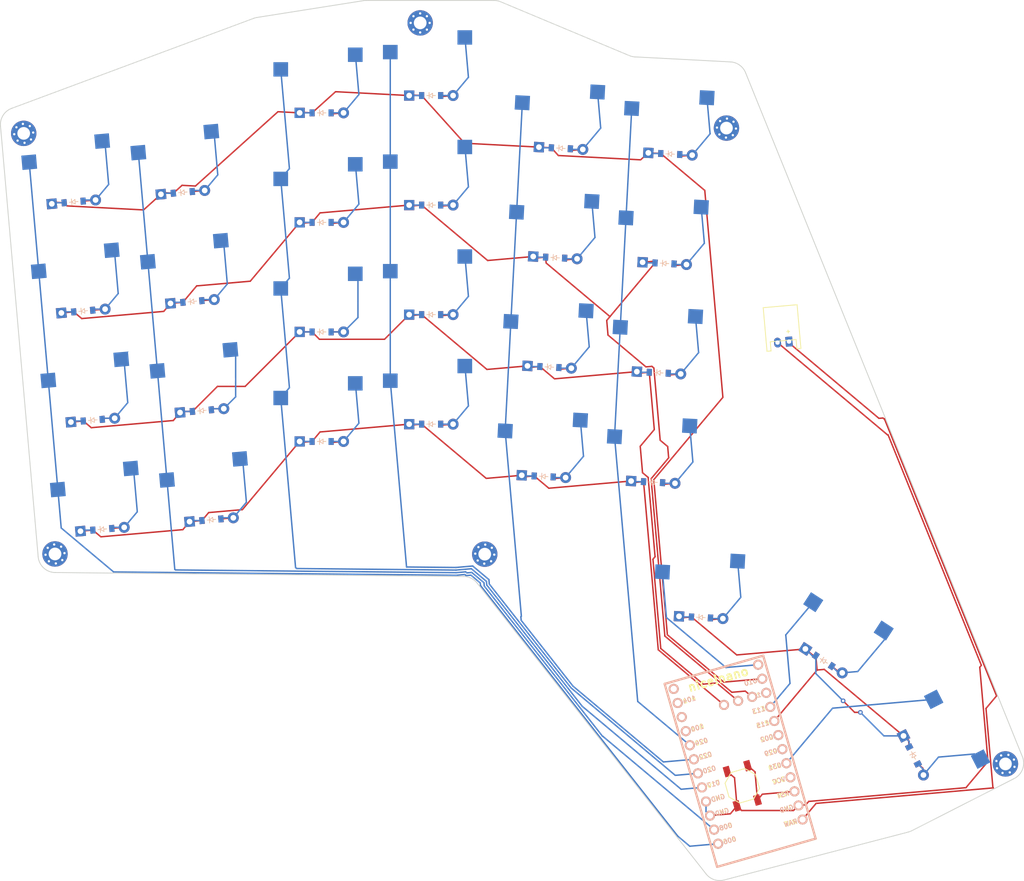
<source format=kicad_pcb>
(kicad_pcb (version 20241229) (generator "pcbnew") (generator_version "9.0")
  (title_block (title "tutorial") (rev "v1.0.0") (company "Unknown"))
  (layers (0 "F.Cu" signal) (2 "B.Cu" signal) (13 "F.Paste" user) (15 "B.Paste" user) (5 "F.SilkS" user "F.Silkscreen") (7 "B.SilkS" user "B.Silkscreen") (1 "F.Mask" user) (3 "B.Mask" user) (25 "Edge.Cuts" user))
  (net 0 "")
  (net 1 "P006")
  (net 2 "outer_bottom")
  (net 3 "outer_home")
  (net 4 "outer_top")
  (net 5 "outer_num")
  (net 6 "P008")
  (net 7 "pinky_bottom")
  (net 8 "pinky_home")
  (net 9 "pinky_top")
  (net 10 "pinky_num")
  (net 11 "P017")
  (net 12 "ring_bottom")
  (net 13 "ring_home")
  (net 14 "ring_top")
  (net 15 "ring_num")
  (net 16 "P020")
  (net 17 "middle_bottom")
  (net 18 "middle_home")
  (net 19 "middle_top")
  (net 20 "middle_num")
  (net 21 "P022")
  (net 22 "index_bottom")
  (net 23 "index_home")
  (net 24 "index_top")
  (net 25 "index_num")
  (net 26 "P024")
  (net 27 "inner_bottom")
  (net 28 "inner_home")
  (net 29 "inner_top")
  (net 30 "inner_num")
  (net 31 "P009")
  (net 32 "near_thumb")
  (net 33 "P113")
  (net 34 "home_thumb")
  (net 35 "P031")
  (net 36 "far_thumb")
  (net 37 "P107")
  (net 38 "P102")
  (net 39 "P101")
  (net 40 "P010")
  (net 41 "P115")
  (net 42 "RAW")
  (net 43 "GND")
  (net 44 "RST")
  (net 45 "VCC")
  (net 46 "P029")
  (net 47 "P002")
  (net 48 "P111")
  (net 49 "P100")
  (net 50 "P011")
  (net 51 "P104")
  (net 52 "P106")
  (footprint "E73:SW_TACT_ALPS_SKQGABE010" (layer "F.Cu") (at 112.016424 55.735396 106)
    (property "Reference" "B1" (hide yes))
    (property "Value" "" (hide yes))
  )
  (footprint "ComboDiode" (layer "F.Cu") (at 141.70712 50.475625 -63)
    (property "Reference" "D27" (hide yes))
    (property "Value" "" (hide yes))
  )
  (footprint "MountingHole_2.2mm_M2_Pad_Via" (layer "F.Cu") (at 109.26738 -58.348521 -3)
    (property "Reference" "_4" (hide yes))
    (property "Value" "")
  )
  (footprint "MX" (layer "F.Cu") (at 39.03962 -27.991105)
    (property "Reference" "S10" (hide yes))
    (property "Value" "" (hide yes))
  )
  (footprint "MX" (layer "F.Cu") (at 39.039618 -8.991107)
    (property "Reference" "S9" (hide yes))
    (property "Value" "" (hide yes))
  )
  (footprint "MountingHole_2.2mm_M2_Pad_Via" (layer "F.Cu") (at 67.341922 15.558558 -3)
    (property "Reference" "_3" (hide yes))
    (property "Value" "")
  )
  (footprint "MX" (layer "F.Cu") (at 128.877555 29.879481 -33)
    (property "Reference" "S26" (hide yes))
    (property "Value" "" (hide yes))
  )
  (footprint "ComboDiode" (layer "F.Cu") (at 126.15436 34.072836 -33)
    (property "Reference" "D26" (hide yes))
    (property "Value" "" (hide yes))
  )
  (footprint "ComboDiode" (layer "F.Cu") (at 80.544755 -54.846947 -3)
    (property "Reference" "D20" (hide yes))
    (property "Value" "" (hide yes))
  )
  (footprint "ComboDiode" (layer "F.Cu") (at 39.039618 -60.991106)
    (property "Reference" "D12" (hide yes))
    (property "Value" "" (hide yes))
  )
  (footprint "MX" (layer "F.Cu") (at 16.186107 -33.251061 5)
    (property "Reference" "S7" (hide yes))
    (property "Value" "" (hide yes))
  )
  (footprint "ComboDiode" (layer "F.Cu") (at -3.961773 -45.541829 5)
    (property "Reference" "D4" (hide yes))
    (property "Value" "" (hide yes))
  )
  (footprint "ComboDiode" (layer "F.Cu") (at 97.529953 -15.904642 -3)
    (property "Reference" "D22" (hide yes))
    (property "Value" "" (hide yes))
  )
  (footprint "MX" (layer "F.Cu") (at 39.039616 -65.991102)
    (property "Reference" "S12" (hide yes))
    (property "Value" "" (hide yes))
  )
  (footprint "ComboDiode" (layer "F.Cu") (at -2.305816 -26.61413 5)
    (property "Reference" "D3" (hide yes))
    (property "Value" "" (hide yes))
  )
  (footprint "MX" (layer "F.Cu") (at 58.039622 -49.991101)
    (property "Reference" "S15" (hide yes))
    (property "Value" "" (hide yes))
  )
  (footprint "ComboDiode" (layer "F.Cu") (at 77.561607 2.074936 -3)
    (property "Reference" "D17" (hide yes))
    (property "Value" "" (hide yes))
  )
  (footprint "ComboDiode" (layer "F.Cu") (at 18.277846 -9.34239 5)
    (property "Reference" "D6" (hide yes))
    (property "Value" "" (hide yes))
  )
  (footprint "ComboDiode" (layer "F.Cu") (at 98.524334 -34.878602 -3)
    (property "Reference" "D23" (hide yes))
    (property "Value" "" (hide yes))
  )
  (footprint "MX" (layer "F.Cu") (at 58.039618 -68.991106)
    (property "Reference" "S16" (hide yes))
    (property "Value" "" (hide yes))
  )
  (footprint "ComboDiode" (layer "F.Cu") (at 78.555992 -16.899026 -3)
    (property "Reference" "D18" (hide yes))
    (property "Value" "" (hide yes))
  )
  (footprint "MX" (layer "F.Cu") (at 39.039619 -46.991104)
    (property "Reference" "S11" (hide yes))
    (property "Value" "" (hide yes))
  )
  (footprint "MX" (layer "F.Cu") (at 98.786017 -39.871751 -3)
    (property "Reference" "S23" (hide yes))
    (property "Value" "" (hide yes))
  )
  (footprint "MX" (layer "F.Cu") (at 14.530147 -52.178763 5)
    (property "Reference" "S8" (hide yes))
    (property "Value" "" (hide yes))
  )
  (footprint "MX" (layer "F.Cu") (at 77.823289 -2.918211 -3)
    (property "Reference" "S17" (hide yes))
    (property "Value" "" (hide yes))
  )
  (footprint "MX" (layer "F.Cu") (at -4.397553 -50.5228 5)
    (property "Reference" "S4" (hide yes))
    (property "Value" "" (hide yes))
  )
  (footprint "ComboDiode" (layer "F.Cu") (at 58.039619 -25.991103)
    (property "Reference" "D14" (hide yes))
    (property "Value" "" (hide yes))
  )
  (footprint "ComboDiode" (layer "F.Cu") (at 79.550375 -35.872984 -3)
    (property "Reference" "D19" (hide yes))
    (property "Value" "" (hide yes))
  )
  (footprint "ComboDiode" (layer "F.Cu") (at 99.518716 -53.852564 -3)
    (property "Reference" "D24" (hide yes))
    (property "Value" "" (hide yes))
  )
  (footprint "ComboDiode" (layer "F.Cu") (at 58.039618 -44.991103)
    (property "Reference" "D15" (hide yes))
    (property "Value" "" (hide yes))
  )
  (footprint "ComboDiode" (layer "F.Cu") (at 39.039619 -22.991103)
    (property "Reference" "D10" (hide yes))
    (property "Value" "" (hide yes))
  )
  (footprint "ComboDiode" (layer "F.Cu") (at 104.843786 26.536296 -3)
    (property "Reference" "D25" (hide yes))
    (property "Value" "" (hide yes))
  )
  (footprint "MX" (layer "F.Cu") (at -1.085633 -12.667401 5)
    (property "Reference" "S2" (hide yes))
    (property "Value" "" (hide yes))
  )
  (footprint "MX" (layer "F.Cu") (at 105.105465 21.543153 -3)
    (property "Reference" "S25" (hide yes))
    (property "Value" "" (hide yes))
  )
  (footprint "MX" (layer "F.Cu") (at 99.780401 -58.845712 -3)
    (property "Reference" "S24" (hide yes))
    (property "Value" "" (hide yes))
  )
  (footprint "ComboDiode" (layer "F.Cu") (at 39.039619 -41.991105)
    (property "Reference" "D11" (hide yes))
    (property "Value" "" (hide yes))
  )
  (footprint "ComboDiode" (layer "F.Cu") (at 16.621883 -28.270089 5)
    (property "Reference" "D7" (hide yes))
    (property "Value" "" (hide yes))
  )
  (footprint "MX" (layer "F.Cu") (at 146.162152 48.205674 -63)
    (property "Reference" "S27" (hide yes))
    (property "Value" "" (hide yes))
  )
  (footprint "MX" (layer "F.Cu") (at 80.806436 -59.840094 -3)
    (property "Reference" "S20" (hide yes))
    (property "Value" "" (hide yes))
  )
  (footprint "MountingHole_2.2mm_M2_Pad_Via" (layer "F.Cu") (at 56.139618 -76.591104)
    (property "Reference" "_5" (hide yes))
    (property "Value" "")
  )
  (footprint "nice_nano" (layer "F.Cu") (at 111.294076 50.259277 106)
    (property "Reference" "MCU1" (hide yes))
    (property "Value" "nice_nano" (hide yes))
  )
  (footprint "JST_PH_S2B-PH-K_02x2.00mm_Angled" (layer "F.Cu") (at 119.125781 -21.227089 -175)
    (property "Reference" "JST1" (hide yes))
    (property "Value" "" (hide yes))
  )
  (footprint "MX" (layer "F.Cu") (at 0.570327 6.260293 5)
    (property "Reference" "S1" (hide yes))
    (property "Value" "" (hide yes))
  )
  (footprint "ComboDiode" (layer "F.Cu") (at 58.039621 -6.991104)
    (property "Reference" "D13" (hide yes))
    (property "Value" "" (hide yes))
  )
  (footprint "ComboDiode" (layer "F.Cu") (at 14.965923 -47.197789 5)
    (property "Reference" "D8" (hide yes))
    (property "Value" "" (hide yes))
  )
  (footprint "MX" (layer "F.Cu") (at 78.81767 -21.89217 -3)
    (property "Reference" "S18" (hide yes))
    (property "Value" "" (hide yes))
  )
  (footprint "MountingHole_2.2mm_M2_Pad_Via" (layer "F.Cu") (at -12.631017 -57.431499 5)
    (property "Reference" "_1" (hide yes))
    (property "Value" "")
  )
  (footprint "MX" (layer "F.Cu") (at 79.812055 -40.866135 -3)
    (property "Reference" "S19" (hide yes))
    (property "Value" "" (hide yes))
  )
  (footprint "ComboDiode" (layer "F.Cu") (at 1.006103 11.241269 5)
    (property "Reference" "D1" (hide yes))
    (property "Value" "" (hide yes))
  )
  (footprint "ComboDiode" (layer "F.Cu") (at 39.039618 -3.991102)
    (property "Reference" "D9" (hide yes))
    (property "Value" "" (hide yes))
  )
  (footprint "MX" (layer "F.Cu") (at 97.791631 -20.897787 -3)
    (property "Reference" "S22" (hide yes))
    (property "Value" "" (hide yes))
  )
  (footprint "MX" (layer "F.Cu") (at -2.741593 -31.595103 5)
    (property "Reference" "S3" (hide yes))
    (property "Value" "" (hide yes))
  )
  (footprint "MX" (layer "F.Cu") (at 19.498023 4.604339 5)
    (property "Reference" "S5" (hide yes))
    (property "Value" "" (hide yes))
  )
  (footprint "ComboDiode" (layer "F.Cu") (at -0.649859 -7.686427 5)
    (property "Reference" "D2" (hide yes))
    (property "Value" "" (hide yes))
  )
  (footprint "MountingHole_2.2mm_M2_Pad_Via" (layer "F.Cu") (at -7.201959 15.522943 5)
    (property "Reference" "_6" (hide yes))
    (property "Value" "")
  )
  (footprint "ComboDiode" (layer "F.Cu") (at 96.535569 3.069321 -3)
    (property "Reference" "D21" (hide yes))
    (property "Value" "" (hide yes))
  )
  (footprint "ComboDiode" (layer "F.Cu") (at 58.039617 -63.991102)
    (property "Reference" "D16" (hide yes))
    (property "Value" "" (hide yes))
  )
  (footprint "MX" (layer "F.Cu") (at 58.039619 -11.991103)
    (property "Reference" "S13" (hide yes))
    (property "Value" "" (hide yes))
  )
  (footprint "MX" (layer "F.Cu") (at 58.039617 -30.991105)
    (property "Reference" "S14" (hide yes))
    (property "Value" "" (hide yes))
  )
  (footprint "MX" (layer "F.Cu") (at 96.797246 -1.923826 -3)
    (property "Reference" "S21" (hide yes))
    (property "Value" "" (hide yes))
  )
  (footprint "ComboDiode" (layer "F.Cu") (at 19.933802 9.58531 5)
    (property "Reference" "D5" (hide yes))
    (property "Value" "" (hide yes))
  )
  (footprint "MountingHole_2.2mm_M2_Pad_Via" (layer "F.Cu") (at 157.661876 51.942164 -63)
    (property "Reference" "_2" (hide yes))
    (property "Value" "")
  )
  (footprint "MX" (layer "F.Cu") (at 17.842063 -14.323362 5)
    (property "Reference" "S6" (hide yes))
    (property "Value" "" (hide yes))
  )
  (gr_line (start 109.95915 -69.828047) (end 93.412707 -70.695211) (stroke (width 0.15)) (layer "Edge.Cuts"))
  (gr_arc (start 63.69688 19.434416) (mid 64.99105 19.741922) (end 66.025047 20.578754) (stroke (width 0.15)) (layer "Edge.Cuts"))
  (gr_arc (start -16.656914 -58.700233) (mid -16.204175 -60.564664) (end -14.714254 -61.77347) (stroke (width 0.15)) (layer "Edge.Cuts"))
  (gr_arc (start 141.427025 63.525093) (mid 141.130194 63.656619) (end 140.820889 63.755301) (stroke (width 0.15)) (layer "Edge.Cuts"))
  (gr_arc (start 46.307117 -80.454392) (mid 46.540342 -80.481911) (end 46.775005 -80.491105) (stroke (width 0.15)) (layer "Edge.Cuts"))
  (gr_line (start 46.307117 -80.454392) (end 27.836218 -77.537933) (stroke (width 0.15)) (layer "Edge.Cuts"))
  (gr_line (start 27.258182 -77.386415) (end -14.714254 -61.77347) (stroke (width 0.15)) (layer "Edge.Cuts"))
  (gr_line (start -7.161474 18.745299) (end 63.696881 19.434416) (stroke (width 0.15)) (layer "Edge.Cuts"))
  (gr_line (start -16.656914 -58.700233) (end -10.120886 16.006908) (stroke (width 0.15)) (layer "Edge.Cuts"))
  (gr_arc (start 108.850247 72.078608) (mid 107.137527 72.018684) (end 105.737071 71.030896) (stroke (width 0.15)) (layer "Edge.Cuts"))
  (gr_line (start 141.427026 63.525093) (end 159.1788 54.480116) (stroke (width 0.15)) (layer "Edge.Cuts"))
  (gr_line (start 66.025047 20.578754) (end 105.737071 71.030896) (stroke (width 0.15)) (layer "Edge.Cuts"))
  (gr_line (start 68.937442 -80.491104) (end 46.775005 -80.491105) (stroke (width 0.15)) (layer "Edge.Cuts"))
  (gr_arc (start 93.412708 -70.695211) (mid 92.902522 -70.766231) (end 92.412005 -70.923481) (stroke (width 0.15)) (layer "Edge.Cuts"))
  (gr_arc (start 109.95915 -69.828046) (mid 111.543532 -69.275017) (end 112.583031 -67.957614) (stroke (width 0.15)) (layer "Edge.Cuts"))
  (gr_arc (start 68.937442 -80.491104) (mid 69.527842 -80.432435) (end 70.095151 -80.258725) (stroke (width 0.15)) (layer "Edge.Cuts"))
  (gr_arc (start 160.597715 50.681636) (mid 160.627153 52.856888) (end 159.1788 54.480116) (stroke (width 0.15)) (layer "Edge.Cuts"))
  (gr_line (start 92.412005 -70.923481) (end 70.095151 -80.258725) (stroke (width 0.15)) (layer "Edge.Cuts"))
  (gr_arc (start 27.258182 -77.386414) (mid 27.543418 -77.476602) (end 27.836218 -77.537933) (stroke (width 0.15)) (layer "Edge.Cuts"))
  (gr_line (start 108.850247 72.078608) (end 140.820889 63.755301) (stroke (width 0.15)) (layer "Edge.Cuts"))
  (gr_line (start 160.597714 50.681636) (end 112.583031 -67.957614) (stroke (width 0.15)) (layer "Edge.Cuts"))
  (gr_arc (start -7.161474 18.745299) (mid -9.169801 17.947392) (end -10.120886 16.006908) (stroke (width 0.15)) (layer "Edge.Cuts"))
  (segment (start 100.843893 64.48938) (end 102.904577 66.218498) (width 0.25) (layer "B.Cu") (net 1))
  (segment (start 64.0604 19.241875) (end 64.166293 19.267038) (width 0.25) (layer "B.Cu") (net 1))
  (segment (start 2.962452 18.642749) (end 62.392514 19.220722) (width 0.25) (layer "B.Cu") (net 1))
  (segment (start 66.605493 20.991205) (end 100.843893 64.48938) (width 0.25) (layer "B.Cu") (net 1))
  (segment (start 63.880088 19.090576) (end 64.0604 19.241875) (width 0.25) (layer "B.Cu") (net 1))
  (segment (start -6.125583 11.016985) (end 2.962452 18.642749) (width 0.25) (layer "B.Cu") (net 1))
  (segment (start 64.166293 19.267038) (end 64.942971 19.199085) (width 0.25) (layer "B.Cu") (net 1))
  (segment (start 66.567996 20.562645) (end 66.605493 20.991205) (width 0.25) (layer "B.Cu") (net 1))
  (segment (start 102.904577 66.218498) (end 107.819914 65.788463) (width 0.25) (layer "B.Cu") (net 1))
  (segment (start 64.942971 19.199085) (end 66.567996 20.562645) (width 0.25) (layer "B.Cu") (net 1))
  (segment (start -10.021009 -33.507938) (end -6.709088 4.34746) (width 0.25) (layer "B.Cu") (net 1))
  (segment (start -6.709088 4.34746) (end -6.125583 11.016985) (width 0.25) (layer "B.Cu") (net 1))
  (segment (start -11.676969 -52.435637) (end -10.021009 -33.507938) (width 0.25) (layer "B.Cu") (net 1))
  (segment (start 62.392514 19.220722) (end 63.880088 19.090576) (width 0.25) (layer "B.Cu") (net 1))
  (segment (start 4.801603 10.909206) (end 2.649825 11.097459) (width 0.25) (layer "F.Cu") (net 2))
  (segment (start 7.071384 8.204189) (end 4.801603 10.909206) (width 0.25) (layer "B.Cu") (net 2))
  (segment (start 6.450993 1.113079) (end 7.071384 8.204189) (width 0.25) (layer "B.Cu") (net 2))
  (segment (start 5.947342 0.690463) (end 6.450993 1.113079) (width 0.25) (layer "B.Cu") (net 2))
  (segment (start 2.838081 10.909206) (end 2.649825 11.097462) (width 0.25) (layer "B.Cu") (net 2))
  (segment (start 4.801605 10.909206) (end 2.838081 10.909206) (width 0.25) (layer "B.Cu") (net 2))
  (segment (start 3.145643 -8.01849) (end 1.182119 -8.01849) (width 0.25) (layer "F.Cu") (net 3))
  (segment (start 1.182119 -8.01849) (end 0.993863 -7.830234) (width 0.25) (layer "F.Cu") (net 3))
  (segment (start 5.415425 -10.723512) (end 3.145647 -8.018493) (width 0.25) (layer "B.Cu") (net 3))
  (segment (start 1.182119 -8.01849) (end 0.993863 -7.830234) (width 0.25) (layer "B.Cu") (net 3))
  (segment (start 4.795031 -17.814625) (end 5.415425 -10.723512) (width 0.25) (layer "B.Cu") (net 3))
  (segment (start 3.145643 -8.01849) (end 1.182119 -8.01849) (width 0.25) (layer "B.Cu") (net 3))
  (segment (start 4.291384 -18.237235) (end 4.795031 -17.814625) (width 0.25) (layer "B.Cu") (net 3))
  (segment (start 1.489687 -26.946192) (end -0.662095 -26.757935) (width 0.25) (layer "F.Cu") (net 4))
  (segment (start 3.139075 -36.742323) (end 3.759467 -29.651212) (width 0.25) (layer "B.Cu") (net 4))
  (segment (start 2.635425 -37.164937) (end 3.139075 -36.742323) (width 0.25) (layer "B.Cu") (net 4))
  (segment (start -0.473838 -26.946193) (end -0.662094 -26.757937) (width 0.25) (layer "B.Cu") (net 4))
  (segment (start 3.759467 -29.651212) (end 1.489687 -26.946192) (width 0.25) (layer "B.Cu") (net 4))
  (segment (start 1.489686 -26.946193) (end -0.473838 -26.946193) (width 0.25) (layer "B.Cu") (net 4))
  (segment (start -0.166273 -45.873894) (end -2.318051 -45.685636) (width 0.25) (layer "F.Cu") (net 5))
  (segment (start -0.166271 -45.873892) (end -2.129795 -45.873892) (width 0.25) (layer "B.Cu") (net 5))
  (segment (start 0.979464 -56.092634) (end 1.483116 -55.670021) (width 0.25) (layer "B.Cu") (net 5))
  (segment (start -2.129795 -45.873892) (end -2.318051 -45.685636) (width 0.25) (layer "B.Cu") (net 5))
  (segment (start 1.483116 -55.670021) (end 2.103505 -48.578909) (width 0.25) (layer "B.Cu") (net 5))
  (segment (start 2.103505 -48.578909) (end -0.166273 -45.873894) (width 0.25) (layer "B.Cu") (net 5))
  (segment (start 64.244347 18.807484) (end 65.089764 18.733521) (width 0.25) (layer "B.Cu") (net 6))
  (segment (start 67.254753 21.086882) (end 87.771439 47.152304) (width 0.25) (layer "B.Cu") (net 6))
  (segment (start 62.375009 18.769529) (end 64.02688 18.625011) (width 0.25) (layer "B.Cu") (net 6))
  (segment (start 13.574258 18.186635) (end 13.704832 18.296199) (width 0.25) (layer "B.Cu") (net 6))
  (segment (start 87.815307 47.148467) (end 107.119798 63.346853) (width 0.25) (layer "B.Cu") (net 6))
  (segment (start 65.089764 18.733521) (end 67.204074 20.507636) (width 0.25) (layer "B.Cu") (net 6))
  (segment (start 13.704832 18.296199) (end 62.375009 18.769529) (width 0.25) (layer "B.Cu") (net 6))
  (segment (start 64.02688 18.625011) (end 64.244347 18.807484) (width 0.25) (layer "B.Cu") (net 6))
  (segment (start 12.218608 2.691502) (end 13.574258 18.186635) (width 0.25) (layer "B.Cu") (net 6))
  (segment (start 7.250732 -54.091598) (end 12.218608 2.691502) (width 0.25) (layer "B.Cu") (net 6))
  (segment (start 87.771439 47.152304) (end 87.815307 47.148467) (width 0.25) (layer "B.Cu") (net 6))
  (segment (start 67.204074 20.507636) (end 67.254753 21.086882) (width 0.25) (layer "B.Cu") (net 6))
  (segment (start 23.729304 9.253246) (end 21.577523 9.441503) (width 0.25) (layer "F.Cu") (net 7))
  (segment (start 23.729304 9.253247) (end 21.76578 9.253247) (width 0.25) (layer "B.Cu") (net 7))
  (segment (start 25.378693 -0.542884) (end 25.999083 6.54823) (width 0.25) (layer "B.Cu") (net 7))
  (segment (start 25.999083 6.54823) (end 23.729304 9.253246) (width 0.25) (layer "B.Cu") (net 7))
  (segment (start 24.875041 -0.965497) (end 25.378693 -0.542884) (width 0.25) (layer "B.Cu") (net 7))
  (segment (start 21.76578 9.253247) (end 21.577524 9.441503) (width 0.25) (layer "B.Cu") (net 7))
  (segment (start 20.109822 -9.674453) (end 19.921563 -9.486194) (width 0.25) (layer "F.Cu") (net 8))
  (segment (start 22.073345 -9.67445) (end 20.109822 -9.674453) (width 0.25) (layer "F.Cu") (net 8))
  (segment (start 20.109824 -9.674453) (end 19.921568 -9.486197) (width 0.25) (layer "B.Cu") (net 8))
  (segment (start 23.219082 -19.893198) (end 24.129634 -18.982645) (width 0.25) (layer "B.Cu") (net 8))
  (segment (start 22.073348 -9.674453) (end 20.109824 -9.674453) (width 0.25) (layer "B.Cu") (net 8))
  (segment (start 24.129634 -18.982645) (end 24.129631 -11.730739) (width 0.25) (layer "B.Cu") (net 8))
  (segment (start 24.129631 -11.730739) (end 22.073345 -9.67445) (width 0.25) (layer "B.Cu") (net 8))
  (segment (start 20.417386 -28.602152) (end 18.265606 -28.413895) (width 0.25) (layer "F.Cu") (net 9))
  (segment (start 18.453861 -28.602152) (end 18.265605 -28.413896) (width 0.25) (layer "B.Cu") (net 9))
  (segment (start 21.563123 -38.820895) (end 22.066772 -38.398283) (width 0.25) (layer "B.Cu") (net 9))
  (segment (start 22.687164 -31.30717) (end 20.417386 -28.602152) (width 0.25) (layer "B.Cu") (net 9))
  (segment (start 22.066772 -38.398283) (end 22.687164 -31.30717) (width 0.25) (layer "B.Cu") (net 9))
  (segment (start 20.417385 -28.602152) (end 18.453861 -28.602152) (width 0.25) (layer "B.Cu") (net 9))
  (segment (start 18.761428 -47.529851) (end 16.609645 -47.341595) (width 0.25) (layer "F.Cu") (net 10))
  (segment (start 21.031208 -50.234871) (end 18.761428 -47.529851) (width 0.25) (layer "B.Cu") (net 10))
  (segment (start 19.907165 -57.748594) (end 20.410814 -57.325983) (width 0.25) (layer "B.Cu") (net 10))
  (segment (start 18.761425 -47.529852) (end 16.797901 -47.529852) (width 0.25) (layer "B.Cu") (net 10))
  (segment (start 20.410814 -57.325983) (end 21.031208 -50.234871) (width 0.25) (layer "B.Cu") (net 10))
  (segment (start 16.797901 -47.529852) (end 16.609645 -47.341596) (width 0.25) (layer "B.Cu") (net 10))
  (segment (start 31.95462 -49.531105) (end 33.459951 -32.325087) (width 0.25) (layer "B.Cu") (net 11))
  (segment (start 67.637076 20.282233) (end 67.692311 20.913606) (width 0.25) (layer "B.Cu") (net 11))
  (segment (start 31.954617 -68.531104) (end 33.459951 -51.325088) (width 0.25) (layer "B.Cu") (net 11))
  (segment (start 33.459951 -32.325087) (end 31.954621 -30.531106) (width 0.25) (layer "B.Cu") (net 11))
  (segment (start 34.527923 17.881908) (end 34.727813 18.049634) (width 0.25) (layer "B.Cu") (net 11))
  (segment (start 62.357498 18.318338) (end 65.019091 18.085482) (width 0.25) (layer "B.Cu") (net 11))
  (segment (start 33.459951 -51.325088) (end 31.95462 -49.531105) (width 0.25) (layer "B.Cu") (net 11))
  (segment (start 33.459948 -13.325087) (end 31.954618 -11.531104) (width 0.25) (layer "B.Cu") (net 11))
  (segment (start 34.727813 18.049634) (end 62.357498 18.318338) (width 0.25) (layer "B.Cu") (net 11))
  (segment (start 67.692311 20.913606) (end 84.244566 41.942409) (width 0.25) (layer "B.Cu") (net 11))
  (segment (start 65.019091 18.085482) (end 67.637076 20.282233) (width 0.25) (layer "B.Cu") (net 11))
  (segment (start 31.954618 -11.531104) (end 34.527923 17.881908) (width 0.25) (layer "B.Cu") (net 11))
  (segment (start 31.954621 -30.531106) (end 33.459948 -13.325087) (width 0.25) (layer "B.Cu") (net 11))
  (segment (start 101.401266 56.338591) (end 105.01944 56.022041) (width 0.25) (layer "B.Cu") (net 11))
  (segment (start 84.244566 41.942409) (end 101.401266 56.338591) (width 0.25) (layer "B.Cu") (net 11))
  (segment (start 40.893564 -3.819971) (end 40.689617 -3.991103) (width 0.25) (layer "F.Cu") (net 12))
  (segment (start 42.849617 -3.991104) (end 40.893564 -3.819971) (width 0.25) (layer "F.Cu") (net 12))
  (segment (start 42.849618 -3.991102) (end 40.689617 -3.991102) (width 0.25) (layer "B.Cu") (net 12))
  (segment (start 44.908756 -14.048337) (end 45.511143 -7.162988) (width 0.25) (layer "B.Cu") (net 12))
  (segment (start 45.511143 -7.162988) (end 42.849617 -3.991104) (width 0.25) (layer "B.Cu") (net 12))
  (segment (start 44.88162 -14.071107) (end 44.908756 -14.048337) (width 0.25) (layer "B.Cu") (net 12))
  (segment (start 42.84962 -22.991104) (end 40.68962 -22.991103) (width 0.25) (layer "F.Cu") (net 13))
  (segment (start 42.849619 -22.991103) (end 40.689618 -22.991103) (width 0.25) (layer "B.Cu") (net 13))
  (segment (start 44.881617 -33.071102) (end 45.346517 -32.606204) (width 0.25) (layer "B.Cu") (net 13))
  (segment (start 45.346518 -25.488002) (end 42.84962 -22.991104) (width 0.25) (layer "B.Cu") (net 13))
  (segment (start 45.346517 -32.606204) (end 45.346518 -25.488002) (width 0.25) (layer "B.Cu") (net 13))
  (segment (start 40.893567 -41.819971) (end 40.689619 -41.991106) (width 0.25) (layer "F.Cu") (net 14))
  (segment (start 42.849618 -41.991104) (end 40.893567 -41.819971) (width 0.25) (layer "F.Cu") (net 14))
  (segment (start 45.511146 -45.162985) (end 42.849618 -41.991104) (width 0.25) (layer "B.Cu") (net 14))
  (segment (start 41.008895 -41.991105) (end 41 -42) (width 0.25) (layer "B.Cu") (net 14))
  (segment (start 44.881619 -52.071104) (end 44.908754 -52.048334) (width 0.25) (layer "B.Cu") (net 14))
  (segment (start 42.849619 -41.991105) (end 40.689618 -41.991105) (width 0.25) (layer "B.Cu") (net 14))
  (segment (start 44.908754 -52.048334) (end 45.511146 -45.162985) (width 0.25) (layer "B.Cu") (net 14))
  (segment (start 40.893564 -60.819973) (end 40.689618 -60.991104) (width 0.25) (layer "F.Cu") (net 15))
  (segment (start 42.849618 -60.991106) (end 40.893564 -60.819973) (width 0.25) (layer "F.Cu") (net 15))
  (segment (start 45.511143 -64.162989) (end 42.849618 -60.991106) (width 0.25) (layer "B.Cu") (net 15))
  (segment (start 44.881619 -71.071102) (end 44.908753 -71.048332) (width 0.25) (layer "B.Cu") (net 15))
  (segment (start 42.849618 -60.991106) (end 40.689617 -60.991106) (width 0.25) (layer "B.Cu") (net 15))
  (segment (start 44.908753 -71.048332) (end 45.511143 -64.162989) (width 0.25) (layer "B.Cu") (net 15))
  (segment (start 68.129877 20.740332) (end 82.307789 38.752661) (width 0.25) (layer "B.Cu") (net 16))
  (segment (start 53.777136 17.78387) (end 62.339992 17.867149) (width 0.25) (layer "B.Cu") (net 16))
  (segment (start 50.954618 -14.531103) (end 50.950386 -14.526059) (width 0.25) (layer "B.Cu") (net 16))
  (segment (start 50.954618 -71.531106) (end 50.954619 -14.531103) (width 0.25) (layer "B.Cu") (net 16))
  (segment (start 82.307789 38.752661) (end 100.388678 53.924322) (width 0.25) (layer "B.Cu") (net 16))
  (segment (start 50.950386 -14.526059) (end 53.777136 17.78387) (width 0.25) (layer "B.Cu") (net 16))
  (segment (start 65.252122 17.612369) (end 68.062536 19.970585) (width 0.25) (layer "B.Cu") (net 16))
  (segment (start 68.062536 19.970585) (end 68.129877 20.740332) (width 0.25) (layer "B.Cu") (net 16))
  (segment (start 62.339992 17.867149) (end 65.252122 17.612369) (width 0.25) (layer "B.Cu") (net 16))
  (segment (start 100.388678 53.924322) (end 104.319322 53.580436) (width 0.25) (layer "B.Cu") (net 16))
  (segment (start 59.893566 -6.819973) (end 59.689619 -6.991103) (width 0.25) (layer "F.Cu") (net 17))
  (segment (start 61.849618 -6.991106) (end 59.893566 -6.819973) (width 0.25) (layer "F.Cu") (net 17))
  (segment (start 64.511144 -10.162985) (end 61.849618 -6.991106) (width 0.25) (layer "B.Cu") (net 17))
  (segment (start 61.849621 -6.991104) (end 59.68962 -6.991104) (width 0.25) (layer "B.Cu") (net 17))
  (segment (start 63.908755 -17.048336) (end 64.511144 -10.162985) (width 0.25) (layer "B.Cu") (net 17))
  (segment (start 63.881619 -17.071104) (end 63.908755 -17.048336) (width 0.25) (layer "B.Cu") (net 17))
  (segment (start 61.84962 -25.991104) (end 59.893566 -25.819972) (width 0.25) (layer "F.Cu") (net 18))
  (segment (start 59.893566 -25.819972) (end 59.68962 -25.991104) (width 0.25) (layer "F.Cu") (net 18))
  (segment (start 64.511145 -29.162986) (end 61.84962 -25.991104) (width 0.25) (layer "B.Cu") (net 18))
  (segment (start 63.908751 -36.048336) (end 64.511145 -29.162986) (width 0.25) (layer "B.Cu") (net 18))
  (segment (start 61.849619 -25.991103) (end 59.689618 -25.991103) (width 0.25) (layer "B.Cu") (net 18))
  (segment (start 63.881619 -36.071107) (end 63.908751 -36.048336) (width 0.25) (layer "B.Cu") (net 18))
  (segment (start 59.893566 -44.819972) (end 59.689618 -44.991105) (width 0.25) (layer "F.Cu") (net 19))
  (segment (start 61.849619 -44.991106) (end 59.893566 -44.819972) (width 0.25) (layer "F.Cu") (net 19))
  (segment (start 64.511147 -48.162991) (end 61.849619 -44.991106) (width 0.25) (layer "B.Cu") (net 19))
  (segment (start 63.881621 -55.071102) (end 63.908758 -55.048334) (width 0.25) (layer "B.Cu") (net 19))
  (segment (start 63.908758 -55.048334) (end 64.511147 -48.162991) (width 0.25) (layer "B.Cu") (net 19))
  (segment (start 61.849618 -44.991103) (end 59.689617 -44.991103) (width 0.25) (layer "B.Cu") (net 19))
  (segment (start 59.893565 -63.819968) (end 59.689618 -63.991103) (width 0.25) (layer "F.Cu") (net 20))
  (segment (start 61.849619 -63.991102) (end 59.893565 -63.819968) (width 0.25) (layer "F.Cu") (net 20))
  (segment (start 63.908756 -74.048333) (end 64.511145 -67.162988) (width 0.25) (layer "B.Cu") (net 20))
  (segment (start 63.881619 -74.071105) (end 63.908756 -74.048333) (width 0.25) (layer "B.Cu") (net 20))
  (segment (start 64.511145 -67.162988) (end 61.849619 -63.991102) (width 0.25) (layer "B.Cu") (net 20))
  (segment (start 61.849617 -63.991102) (end 59.689616 -63.991102) (width 0.25) (layer "B.Cu") (net 20))
  (segment (start 73.604974 26.416519) (end 73.659158 27.035827) (width 0.25) (layer "B.Cu") (net 21))
  (segment (start 82.633372 38.437116) (end 98.322908 51.6022) (width 0.25) (layer "B.Cu") (net 21))
  (segment (start 73.692608 26.31208) (end 73.604974 26.416519) (width 0.25) (layer "B.Cu") (net 21))
  (segment (start 70.88093 -5.82553) (end 73.692608 26.31208) (width 0.25) (layer "B.Cu") (net 21))
  (segment (start 98.322908 51.6022) (end 103.619202 51.138834) (width 0.25) (layer "B.Cu") (net 21))
  (segment (start 73.864079 -62.747413) (end 70.88093 -5.82553) (width 0.25) (layer "B.Cu") (net 21))
  (segment (start 73.659158 27.035827) (end 82.633372 38.437116) (width 0.25) (layer "B.Cu") (net 21))
  (segment (start 81.366388 2.274339) (end 79.535016 2.43456) (width 0.25) (layer "F.Cu") (net 22))
  (segment (start 79.535016 2.43456) (end 79.209346 2.161292) (width 0.25) (layer "F.Cu") (net 22))
  (segment (start 81.366386 2.274337) (end 79.322391 2.274337) (width 0.25) (layer "B.Cu") (net 22))
  (segment (start 84.470836 -1.425401) (end 81.366388 2.274339) (width 0.25) (layer "B.Cu") (net 22))
  (segment (start 83.923149 -7.685502) (end 84.470836 -1.425401) (width 0.25) (layer "B.Cu") (net 22))
  (segment (start 79.322391 2.274337) (end 79.209345 2.161291) (width 0.25) (layer "B.Cu") (net 22))
  (segment (start 82.360768 -16.699623) (end 80.5294 -16.539399) (width 0.25) (layer "F.Cu") (net 23))
  (segment (start 80.5294 -16.539399) (end 80.203732 -16.812669) (width 0.25) (layer "F.Cu") (net 23))
  (segment (start 80.316776 -16.699625) (end 80.20373 -16.812671) (width 0.25) (layer "B.Cu") (net 23))
  (segment (start 84.917529 -26.659466) (end 85.465219 -20.399361) (width 0.25) (layer "B.Cu") (net 23))
  (segment (start 85.465219 -20.399361) (end 82.360768 -16.699623) (width 0.25) (layer "B.Cu") (net 23))
  (segment (start 82.360771 -16.699625) (end 80.316776 -16.699625) (width 0.25) (layer "B.Cu") (net 23))
  (segment (start 81.523783 -35.513362) (end 81.198112 -35.786632) (width 0.25) (layer "F.Cu") (net 24))
  (segment (start 83.355154 -35.673585) (end 81.523783 -35.513362) (width 0.25) (layer "F.Cu") (net 24))
  (segment (start 83.355154 -35.673583) (end 81.311159 -35.673583) (width 0.25) (layer "B.Cu") (net 24))
  (segment (start 85.911912 -45.633425) (end 86.459601 -39.373323) (width 0.25) (layer "B.Cu") (net 24))
  (segment (start 81.311159 -35.673583) (end 81.198113 -35.786629) (width 0.25) (layer "B.Cu") (net 24))
  (segment (start 86.459601 -39.373323) (end 83.355154 -35.673585) (width 0.25) (layer "B.Cu") (net 24))
  (segment (start 82.518165 -54.48732) (end 82.192495 -54.760592) (width 0.25) (layer "F.Cu") (net 25))
  (segment (start 84.349535 -54.647548) (end 82.518165 -54.48732) (width 0.25) (layer "F.Cu") (net 25))
  (segment (start 82.305539 -54.647546) (end 82.192493 -54.760592) (width 0.25) (layer "B.Cu") (net 25))
  (segment (start 84.349534 -54.647546) (end 82.305539 -54.647546) (width 0.25) (layer "B.Cu") (net 25))
  (segment (start 87.453987 -58.347288) (end 84.349535 -54.647548) (width 0.25) (layer "B.Cu") (net 25))
  (segment (start 86.906299 -64.607386) (end 87.453987 -58.347288) (width 0.25) (layer "B.Cu") (net 25))
  (segment (start 93.874003 41.107505) (end 102.919085 48.697227) (width 0.25) (layer "B.Cu") (net 26))
  (segment (start 89.85489 -4.831146) (end 93.874003 41.107505) (width 0.25) (layer "B.Cu") (net 26))
  (segment (start 92.838043 -61.75303) (end 92.83804 -61.753028) (width 0.25) (layer "B.Cu") (net 26))
  (segment (start 92.83804 -61.753028) (end 89.854891 -4.831145) (width 0.25) (layer "B.Cu") (net 26))
  (segment (start 100.340344 3.26872) (end 98.508978 3.428944) (width 0.25) (layer "F.Cu") (net 27))
  (segment (start 98.508978 3.428944) (end 98.183308 3.155674) (width 0.25) (layer "F.Cu") (net 27))
  (segment (start 98.296353 3.268722) (end 98.183307 3.155676) (width 0.25) (layer "B.Cu") (net 27))
  (segment (start 103.444797 -0.43102) (end 100.340344 3.26872) (width 0.25) (layer "B.Cu") (net 27))
  (segment (start 102.89711 -6.69112) (end 103.444797 -0.43102) (width 0.25) (layer "B.Cu") (net 27))
  (segment (start 100.340348 3.268722) (end 98.296353 3.268722) (width 0.25) (layer "B.Cu") (net 27))
  (segment (start 101.334729 -15.70524) (end 99.503361 -15.545013) (width 0.25) (layer "F.Cu") (net 28))
  (segment (start 99.503361 -15.545013) (end 99.177691 -15.818286) (width 0.25) (layer "F.Cu") (net 28))
  (segment (start 101.334732 -15.705241) (end 99.290737 -15.705241) (width 0.25) (layer "B.Cu") (net 28))
  (segment (start 104.439181 -19.404979) (end 101.334729 -15.70524) (width 0.25) (layer "B.Cu") (net 28))
  (segment (start 99.290737 -15.705241) (end 99.177691 -15.818287) (width 0.25) (layer "B.Cu") (net 28))
  (segment (start 103.891494 -25.665081) (end 104.439181 -19.404979) (width 0.25) (layer "B.Cu") (net 28))
  (segment (start 100.497744 -34.518977) (end 100.172074 -34.792248) (width 0.25) (layer "F.Cu") (net 29))
  (segment (start 102.329114 -34.679201) (end 100.497744 -34.518977) (width 0.25) (layer "F.Cu") (net 29))
  (segment (start 100.285118 -34.679201) (end 100.172072 -34.792247) (width 0.25) (layer "B.Cu") (net 29))
  (segment (start 104.885877 -44.639042) (end 105.433563 -38.378944) (width 0.25) (layer "B.Cu") (net 29))
  (segment (start 102.329113 -34.679201) (end 100.285118 -34.679201) (width 0.25) (layer "B.Cu") (net 29))
  (segment (start 105.433563 -38.378944) (end 102.329114 -34.679201) (width 0.25) (layer "B.Cu") (net 29))
  (segment (start 103.323494 -53.653164) (end 101.492126 -53.49294) (width 0.25) (layer "F.Cu") (net 30))
  (segment (start 101.492126 -53.49294) (end 101.166453 -53.766207) (width 0.25) (layer "F.Cu") (net 30))
  (segment (start 101.2795 -53.653163) (end 101.166454 -53.766209) (width 0.25) (layer "B.Cu") (net 30))
  (segment (start 106.427945 -57.352904) (end 103.323494 -53.653164) (width 0.25) (layer "B.Cu") (net 30))
  (segment (start 105.880259 -63.613004) (end 106.427945 -57.352904) (width 0.25) (layer "B.Cu") (net 30))
  (segment (start 103.323495 -53.653163) (end 101.2795 -53.653163) (width 0.25) (layer "B.Cu") (net 30))
  (segment (start 98.16311 18.635834) (end 98.856032 26.555959) (width 0.25) (layer "B.Cu") (net 31))
  (segment (start 98.856032 26.555959) (end 109.180224 35.218983) (width 0.25) (layer "B.Cu") (net 31))
  (segment (start 109.180224 35.218983) (end 114.768234 34.730095) (width 0.25) (layer "B.Cu") (net 31))
  (segment (start 106.817193 26.895923) (end 106.491526 26.622654) (width 0.25) (layer "F.Cu") (net 32))
  (segment (start 108.648564 26.735699) (end 106.817193 26.895923) (width 0.25) (layer "F.Cu") (net 32))
  (segment (start 106.60457 26.735697) (end 106.491524 26.622651) (width 0.25) (layer "B.Cu") (net 32))
  (segment (start 111.753015 23.035962) (end 108.648564 26.735699) (width 0.25) (layer "B.Cu") (net 32))
  (segment (start 108.648565 26.735697) (end 106.60457 26.735697) (width 0.25) (layer "B.Cu") (net 32))
  (segment (start 111.205328 16.775861) (end 111.753015 23.035962) (width 0.25) (layer "B.Cu") (net 32))
  (segment (start 120.290207 37.977192) (end 116.86859 42.05491) (width 0.25) (layer "B.Cu") (net 33))
  (segment (start 119.554537 29.568505) (end 120.290207 37.977192) (width 0.25) (layer "B.Cu") (net 33))
  (segment (start 124.318958 23.890493) (end 119.554537 29.568505) (width 0.25) (layer "B.Cu") (net 33))
  (segment (start 128.978837 36.180356) (end 127.538168 34.971489) (width 0.25) (layer "F.Cu") (net 34))
  (segment (start 129.349696 36.147909) (end 128.978837 36.180356) (width 0.25) (layer "F.Cu") (net 34))
  (segment (start 136.543837 28.800815) (end 136.68209 30.381054) (width 0.25) (layer "B.Cu") (net 34))
  (segment (start 129.349695 36.147911) (end 128.714588 36.147911) (width 0.25) (layer "B.Cu") (net 34))
  (segment (start 132.040671 35.912482) (end 129.349696 36.147909) (width 0.25) (layer "B.Cu") (net 34))
  (segment (start 128.714588 36.147911) (end 127.538166 34.971489) (width 0.25) (layer "B.Cu") (net 34))
  (segment (start 136.68209 30.381054) (end 132.040671 35.912482) (width 0.25) (layer "B.Cu") (net 34))
  (segment (start 145.208787 40.739758) (end 127.680853 42.273252) (width 0.25) (layer "B.Cu") (net 35))
  (segment (start 127.680853 42.273252) (end 119.669068 51.82133) (width 0.25) (layer "B.Cu") (net 35))
  (segment (start 143.332794 52.681334) (end 142.456204 51.945785) (width 0.25) (layer "F.Cu") (net 36))
  (segment (start 143.436825 53.870363) (end 143.332794 52.681334) (width 0.25) (layer "F.Cu") (net 36))
  (segment (start 143.436823 52.926405) (end 142.456204 51.945786) (width 0.25) (layer "B.Cu") (net 36))
  (segment (start 152.279625 50.21433) (end 146.047053 50.759611) (width 0.25) (layer "B.Cu") (net 36))
  (segment (start 153.340677 51.104663) (end 152.279625 50.21433) (width 0.25) (layer "B.Cu") (net 36))
  (segment (start 143.436823 53.87036) (end 143.436823 52.926405) (width 0.25) (layer "B.Cu") (net 36))
  (segment (start 146.047053 50.759611) (end 143.436825 53.870363) (width 0.25) (layer "B.Cu") (net 36))
  (segment (start 19.452286 8.344051) (end 18.290079 9.729118) (width 0.25) (layer "F.Cu") (net 37))
  (segment (start 35.433564 -3.819971) (end 35.229616 -3.991103) (width 0.25) (layer "F.Cu") (net 37))
  (segment (start 25.309154 7.831645) (end 19.452286 8.344051) (width 0.25) (layer "F.Cu") (net 37))
  (segment (start 78.45289 4.119073) (end 75.913869 1.988583) (width 0.25) (layer "F.Cu") (net 37))
  (segment (start 14.976094 11.302436) (end 0.747446 12.547284) (width 0.25) (layer "F.Cu") (net 37))
  (segment (start 93.05646 3.143192) (end 92.730791 2.86992) (width 0.25) (layer "F.Cu") (net 37))
  (segment (start 94.887833 2.982964) (end 93.05646 3.143192) (width 0.25) (layer "F.Cu") (net 37))
  (segment (start 94.887833 2.982964) (end 97.439098 32.1441) (width 0.25) (layer "F.Cu") (net 37))
  (segment (start -0.637616 11.385075) (end -2.789398 11.573329) (width 0.25) (layer "F.Cu") (net 37))
  (segment (start 18.290079 9.729118) (end 16.138301 9.917374) (width 0.25) (layer "F.Cu") (net 37))
  (segment (start 54.433568 -6.819971) (end 54.229617 -6.991104) (width 0.25) (layer "F.Cu") (net 37))
  (segment (start 38.772157 -5.63875) (end 37.389618 -3.991102) (width 0.25) (layer "F.Cu") (net 37))
  (segment (start 92.730791 2.86992) (end 78.45289 4.119073) (width 0.25) (layer "F.Cu") (net 37))
  (segment (start 97.439098 32.1441) (end 108.84366 41.713659) (width 0.25) (layer "F.Cu") (net 37))
  (segment (start 54.229617 -6.991104) (end 38.772157 -5.63875) (width 0.25) (layer "F.Cu") (net 37))
  (segment (start 67.598559 2.414311) (end 73.75683 1.875535) (width 0.25) (layer "F.Cu") (net 37))
  (segment (start 74.082502 2.148804) (end 73.75683 1.875537) (width 0.25) (layer "F.Cu") (net 37))
  (segment (start 56.389621 -6.991106) (end 54.433568 -6.819971) (width 0.25) (layer "F.Cu") (net 37))
  (segment (start 16.138301 9.917374) (end 14.976094 11.302436) (width 0.25) (layer "F.Cu") (net 37))
  (segment (start 75.913869 1.988583) (end 74.082502 2.148804) (width 0.25) (layer "F.Cu") (net 37))
  (segment (start 35.229616 -3.991103) (end 25.309154 7.831645) (width 0.25) (layer "F.Cu") (net 37))
  (segment (start 0.747446 12.547284) (end -0.637616 11.385075) (width 0.25) (layer "F.Cu") (net 37))
  (segment (start 37.389618 -3.991102) (end 35.433564 -3.819971) (width 0.25) (layer "F.Cu") (net 37))
  (segment (start 56.389621 -6.991106) (end 67.598559 2.414311) (width 0.25) (layer "F.Cu") (net 37))
  (segment (start 16.326556 9.729117) (end 16.1383 9.917373) (width 0.25) (layer "B.Cu") (net 37))
  (segment (start 94.887831 2.982966) (end 92.843836 2.982966) (width 0.25) (layer "B.Cu") (net 37))
  (segment (start 37.389619 -3.991102) (end 35.229618 -3.991102) (width 0.25) (layer "B.Cu") (net 37))
  (segment (start 92.843836 2.982966) (end 92.73079 2.86992) (width 0.25) (layer "B.Cu") (net 37))
  (segment (start 75.913869 1.988581) (end 73.869874 1.988581) (width 0.25) (layer "B.Cu") (net 37))
  (segment (start -2.601143 11.385076) (end -2.789399 11.573332) (width 0.25) (layer "B.Cu") (net 37))
  (segment (start 56.389622 -6.991104) (end 54.229621 -6.991104) (width 0.25) (layer "B.Cu") (net 37))
  (segment (start -0.637619 11.385076) (end -2.601143 11.385076) (width 0.25) (layer "B.Cu") (net 37))
  (segment (start 18.29008 9.729117) (end 16.326556 9.729117) (width 0.25) (layer "B.Cu") (net 37))
  (segment (start 73.869874 1.988581) (end 73.756828 1.875535) (width 0.25) (layer "B.Cu") (net 37))
  (segment (start 74.751212 -17.098424) (end 67.720553 -16.483322) (width 0.25) (layer "F.Cu") (net 38))
  (segment (start 54.229618 -25.991101) (end 49.951119 -21.712604) (width 0.25) (layer "F.Cu") (net 38))
  (segment (start 49.951119 -21.712604) (end 38.66812 -21.712604) (width 0.25) (layer "F.Cu") (net 38))
  (segment (start 96.884965 15.998855) (end 96.517598 16.436664) (width 0.25) (layer "F.Cu") (net 38))
  (segment (start 95.882213 -15.990997) (end 96.751254 -6.057824) (width 0.25) (layer "F.Cu") (net 38))
  (segment (start 35.229618 -22.991104) (end 25.777726 -13.539214) (width 0.25) (layer "F.Cu") (net 38))
  (segment (start -2.293578 -7.542622) (end -4.445357 -7.354365) (width 0.25) (layer "F.Cu") (net 38))
  (segment (start 76.908253 -16.985378) (end 75.076884 -16.825154) (width 0.25) (layer "F.Cu") (net 38))
  (segment (start 79.447275 -14.854888) (end 76.908253 -16.985378) (width 0.25) (layer "F.Cu") (net 38))
  (segment (start 16.634123 -9.19858) (end 14.670597 -9.198585) (width 0.25) (layer "F.Cu") (net 38))
  (segment (start 94.711772 1.430618) (end 95.681605 2.244403) (width 0.25) (layer "F.Cu") (net 38))
  (segment (start 14.482341 -9.010328) (end 13.320134 -7.625262) (width 0.25) (layer "F.Cu") (net 38))
  (segment (start 13.320134 -7.625262) (end -0.908514 -6.380417) (width 0.25) (layer "F.Cu") (net 38))
  (segment (start 105.244044 38.104486) (end 107.575317 37.900526) (width 0.25) (layer "F.Cu") (net 38))
  (segment (start 67.720553 -16.483322) (end 56.38962 -25.991104) (width 0.25) (layer "F.Cu") (net 38))
  (segment (start 37.389619 -22.991105) (end 35.229618 -22.991104) (width 0.25) (layer "F.Cu") (net 38))
  (segment (start 14.670597 -9.198585) (end 14.482341 -9.010326) (width 0.25) (layer "F.Cu") (net 38))
  (segment (start 56.38962 -25.991104) (end 54.433565 -25.819972) (width 0.25) (layer "F.Cu") (net 38))
  (segment (start 96.517598 16.436664) (end 97.8721 31.91869) (width 0.25) (layer "F.Cu") (net 38))
  (segment (start 94.050843 -15.830771) (end 93.725173 -16.104043) (width 0.25) (layer "F.Cu") (net 38))
  (segment (start 96.751254 -6.057824) (end 94.311047 -3.149699) (width 0.25) (layer "F.Cu") (net 38))
  (segment (start 93.725173 -16.104043) (end 79.447275 -14.854888) (width 0.25) (layer "F.Cu") (net 38))
  (segment (start 25.777726 -13.539214) (end 20.974752 -13.539211) (width 0.25) (layer "F.Cu") (net 38))
  (segment (start 75.076884 -16.825154) (end 74.751212 -17.098424) (width 0.25) (layer "F.Cu") (net 38))
  (segment (start 95.681605 2.244403) (end 96.884965 15.998855) (width 0.25) (layer "F.Cu") (net 38))
  (segment (start 95.882213 -15.990997) (end 94.050843 -15.830771) (width 0.25) (layer "F.Cu") (net 38))
  (segment (start -0.908514 -6.380417) (end -2.293578 -7.542622) (width 0.25) (layer "F.Cu") (net 38))
  (segment (start 20.974752 -13.539211) (end 16.634123 -9.19858) (width 0.25) (layer "F.Cu") (net 38))
  (segment (start 54.433565 -25.819972) (end 54.229618 -25.991101) (width 0.25) (layer "F.Cu") (net 38))
  (segment (start 94.311047 -3.149699) (end 94.711772 1.430618) (width 0.25) (layer "F.Cu") (net 38))
  (segment (start 97.8721 31.91869) (end 105.244044 38.104486) (width 0.25) (layer "F.Cu") (net 38))
  (segment (start 38.66812 -21.712604) (end 37.389619 -22.991105) (width 0.25) (layer "F.Cu") (net 38))
  (segment (start 107.575317 37.900526) (end 111.285262 41.013542) (width 0.25) (layer "F.Cu") (net 38))
  (segment (start 93.83822 -15.990997) (end 93.725174 -16.104043) (width 0.25) (layer "B.Cu") (net 38))
  (segment (start 16.634124 -9.198583) (end 14.6706 -9.198583) (width 0.25) (layer "B.Cu") (net 38))
  (segment (start 76.908254 -16.985381) (end 74.864259 -16.985381) (width 0.25) (layer "B.Cu") (net 38))
  (segment (start 95.882215 -15.990997) (end 93.83822 -15.990997) (width 0.25) (layer "B.Cu") (net 38))
  (segment (start -2.293581 -7.54262) (end -4.257105 -7.54262) (width 0.25) (layer "B.Cu") (net 38))
  (segment (start 37.38962 -22.991103) (end 35.229619 -22.991103) (width 0.25) (layer "B.Cu") (net 38))
  (segment (start 14.6706 -9.198583) (end 14.482344 -9.010327) (width 0.25) (layer "B.Cu") (net 38))
  (segment (start 56.38962 -25.991103) (end 54.229619 -25.991103) (width 0.25) (layer "B.Cu") (net 38))
  (segment (start 74.864259 -16.985381) (end 74.751213 -17.098427) (width 0.25) (layer "B.Cu") (net 38))
  (segment (start -4.257105 -7.54262) (end -4.445361 -7.354364) (width 0.25) (layer "B.Cu") (net 38))
  (segment (start 11.664175 -26.552963) (end -2.564474 -25.308117) (width 0.25) (layer "F.Cu") (net 39))
  (segment (start 77.902635 -35.959341) (end 76.071266 -35.799118) (width 0.25) (layer "F.Cu") (net 39))
  (segment (start 54.229619 -44.991105) (end 38.772161 -43.638752) (width 0.25) (layer "F.Cu") (net 39))
  (segment (start 95.301298 -16.926716) (end 96.33341 -17.017014) (width 0.25) (layer "F.Cu") (net 39))
  (segment (start 77.991557 -34.942976) (end 89.06293 -25.652994) (width 0.25) (layer "F.Cu") (net 39))
  (segment (start 96.675986 -16.729555) (end 97.772234 -4.199401) (width 0.25) (layer "F.Cu") (net 39))
  (segment (start 112.533215 39.311831) (end 113.726869 40.313424) (width 0.25) (layer "F.Cu") (net 39))
  (segment (start 97.772234 -4.199401) (end 99.072577 -3.108285) (width 0.25) (layer "F.Cu") (net 39))
  (segment (start 76.071266 -35.799118) (end 75.745597 -36.072387) (width 0.25) (layer "F.Cu") (net 39))
  (segment (start -3.949534 -26.470323) (end -6.101319 -26.282065) (width 0.25) (layer "F.Cu") (net 39))
  (segment (start 88.498683 -24.980553) (end 88.720171 -22.448938) (width 0.25) (layer "F.Cu") (net 39))
  (segment (start 67.842544 -35.380959) (end 56.389617 -44.991106) (width 0.25) (layer "F.Cu") (net 39))
  (segment (start 38.772161 -43.638752) (end 37.389621 -41.991104) (width 0.25) (layer "F.Cu") (net 39))
  (segment (start 12.826384 -27.938025) (end 11.664175 -26.552963) (width 0.25) (layer "F.Cu") (net 39))
  (segment (start 88.720171 -22.448938) (end 95.301298 -16.926716) (width 0.25) (layer "F.Cu") (net 39))
  (segment (start 14.978161 -28.12628) (end 12.826384 -27.938025) (width 0.25) (layer "F.Cu") (net 39))
  (segment (start 37.389621 -41.991104) (end 35.433567 -41.819971) (width 0.25) (layer "F.Cu") (net 39))
  (segment (start 75.745597 -36.072387) (end 67.842544 -35.380959) (width 0.25) (layer "F.Cu") (net 39))
  (segment (start 89.06293 -25.652994) (end 88.498683 -24.980553) (width 0.25) (layer "F.Cu") (net 39))
  (segment (start 96.33341 -17.017014) (end 96.675986 -16.729555) (width 0.25) (layer "F.Cu") (net 39))
  (segment (start 96.197002 2.478429) (end 98.584493 29.767592) (width 0.25) (layer "F.Cu") (net 39))
  (segment (start 110.201942 39.515789) (end 112.533215 39.311831) (width 0.25) (layer "F.Cu") (net 39))
  (segment (start 96.550926 -35.238226) (end 96.876595 -34.964956) (width 0.25) (layer "F.Cu") (net 39))
  (segment (start 54.433565 -44.819972) (end 54.229619 -44.991105) (width 0.25) (layer "F.Cu") (net 39))
  (segment (start 56.389617 -44.991106) (end 54.433565 -44.819972) (width 0.25) (layer "F.Cu") (net 39))
  (segment (start 99.243685 -1.152469) (end 96.197002 2.478429) (width 0.25) (layer "F.Cu") (net 39))
  (segment (start 99.072577 -3.108285) (end 99.243685 -1.152469) (width 0.25) (layer "F.Cu") (net 39))
  (segment (start 26.669261 -31.789266) (end 17.369025 -30.975601) (width 0.25) (layer "F.Cu") (net 39))
  (segment (start -2.564474 -25.308117) (end -3.949534 -26.470323) (width 0.25) (layer "F.Cu") (net 39))
  (segment (start 77.902635 -35.959341) (end 77.991557 -34.942976) (width 0.25) (layer "F.Cu") (net 39))
  (segment (start 96.876595 -34.964955) (end 89.06293 -25.652994) (width 0.25) (layer "F.Cu") (net 39))
  (segment (start 94.719556 -35.078002) (end 96.550926 -35.238226) (width 0.25) (layer "F.Cu") (net 39))
  (segment (start 35.433567 -41.819971) (end 35.22962 -41.991106) (width 0.25) (layer "F.Cu") (net 39))
  (segment (start 98.584493 29.767592) (end 110.201942 39.515789) (width 0.25) (layer "F.Cu") (net 39))
  (segment (start 17.369025 -30.975601) (end 14.978161 -28.12628) (width 0.25) (layer "F.Cu") (net 39))
  (segment (start 35.22962 -41.991106) (end 26.669261 -31.789266) (width 0.25) (layer "F.Cu") (net 39))
  (segment (start 77.902637 -35.959339) (end 75.858642 -35.959339) (width 0.25) (layer "B.Cu") (net 39))
  (segment (start 75.858642 -35.959339) (end 75.745596 -36.072385) (width 0.25) (layer "B.Cu") (net 39))
  (segment (start -3.949538 -26.470323) (end -5.913062 -26.470323) (width 0.25) (layer "B.Cu") (net 39))
  (segment (start 14.978161 -28.126282) (end 13.014637 -28.126282) (width 0.25) (layer "B.Cu") (net 39))
  (segment (start 96.876596 -34.964957) (end 94.832601 -34.964957) (width 0.25) (layer "B.Cu") (net 39))
  (segment (start -5.913062 -26.470323) (end -6.101318 -26.282067) (width 0.25) (layer "B.Cu") (net 39))
  (segment (start 94.832601 -34.964957) (end 94.719555 -35.078003) (width 0.25) (layer "B.Cu") (net 39))
  (segment (start 56.389619 -44.991103) (end 54.229618 -44.991103) (width 0.25) (layer "B.Cu") (net 39))
  (segment (start 37.38962 -41.991105) (end 35.229619 -41.991105) (width 0.25) (layer "B.Cu") (net 39))
  (segment (start 13.014637 -28.126282) (end 12.826381 -27.938026) (width 0.25) (layer "B.Cu") (net 39))
  (segment (start 11.170421 -46.865726) (end 8.157097 -44.152518) (width 0.25) (layer "F.Cu") (net 40))
  (segment (start -5.110092 -44.847821) (end -5.605495 -45.398023) (width 0.25) (layer "F.Cu") (net 40))
  (segment (start 54.348425 -64.098076) (end 54.229618 -63.991103) (width 0.25) (layer "F.Cu") (net 40))
  (segment (start 108.647913 -11.643938) (end 96.66371 2.638278) (width 0.25) (layer "F.Cu") (net 40))
  (segment (start 78.897018 -54.933302) (end 76.739976 -55.046347) (width 0.25) (layer "F.Cu") (net 40))
  (segment (start 11.486355 -47.150197) (end 11.170421 -46.865726) (width 0.25) (layer "F.Cu") (net 40))
  (segment (start 97.870978 -53.938918) (end 95.713937 -54.051964) (width 0.25) (layer "F.Cu") (net 40))
  (segment (start 35.229618 -60.991106) (end 31.474338 -61.187913) (width 0.25) (layer "F.Cu") (net 40))
  (segment (start 63.834526 -55.722694) (end 56.389617 -63.991102) (width 0.25) (layer "F.Cu") (net 40))
  (segment (start 97.870978 -53.938919) (end 105.508245 -47.530492) (width 0.25) (layer "F.Cu") (net 40))
  (segment (start 13.3222 -47.053983) (end 11.486355 -47.150197) (width 0.25) (layer "F.Cu") (net 40))
  (segment (start 54.229618 -63.991103) (end 41.464444 -64.660096) (width 0.25) (layer "F.Cu") (net 40))
  (segment (start 37.389618 -60.991107) (end 35.348424 -61.09808) (width 0.25) (layer "F.Cu") (net 40))
  (segment (start -5.605495 -45.398023) (end -7.44134 -45.494234) (width 0.25) (layer "F.Cu") (net 40))
  (segment (start 8.157097 -44.152518) (end -5.110092 -44.847821) (width 0.25) (layer "F.Cu") (net 40))
  (segment (start 56.389617 -63.991102) (end 54.348425 -64.098076) (width 0.25) (layer "F.Cu") (net 40))
  (segment (start 96.66371 2.638278) (end 99.017498 29.542185) (width 0.25) (layer "F.Cu") (net 40))
  (segment (start 31.474338 -61.187913) (end 17.157552 -48.297018) (width 0.25) (layer "F.Cu") (net 40))
  (segment (start 99.017498 29.542185) (end 108.804777 37.754688) (width 0.25) (layer "F.Cu") (net 40))
  (segment (start 105.508245 -47.530492) (end 108.647913 -11.643938) (width 0.25) (layer "F.Cu") (net 40))
  (segment (start -7.44134 -45.494234) (end -7.757276 -45.209765) (width 0.25) (layer "F.Cu") (net 40))
  (segment (start 108.804777 37.754688) (end 115.468354 37.171701) (width 0.25) (layer "F.Cu") (net 40))
  (segment (start 17.157552 -48.297018) (end 14.837754 -48.418594) (width 0.25) (layer "F.Cu") (net 40))
  (segment (start 80.106856 -53.58964) (end 78.897018 -54.933302) (width 0.25) (layer "F.Cu") (net 40))
  (segment (start 14.837754 -48.418594) (end 13.3222 -47.053983) (width 0.25) (layer "F.Cu") (net 40))
  (segment (start 35.348424 -61.09808) (end 35.229618 -60.991106) (width 0.25) (layer "F.Cu") (net 40))
  (segment (start 95.713937 -54.051964) (end 94.370277 -52.842127) (width 0.25) (layer "F.Cu") (net 40))
  (segment (start 76.739976 -55.046347) (end 63.834526 -55.722694) (width 0.25) (layer "F.Cu") (net 40))
  (segment (start 41.464444 -64.660096) (end 37.389618 -60.991107) (width 0.25) (layer "F.Cu") (net 40))
  (segment (start 94.370277 -52.842127) (end 80.106856 -53.58964) (width 0.25) (layer "F.Cu") (net 40))
  (segment (start 11.358677 -47.053982) (end 11.170421 -46.865726) (width 0.25) (layer "B.Cu") (net 40))
  (segment (start -7.569019 -45.398022) (end -7.757275 -45.209766) (width 0.25) (layer "B.Cu") (net 40))
  (segment (start 13.322201 -47.053982) (end 11.358677 -47.053982) (width 0.25) (layer "B.Cu") (net 40))
  (segment (start 56.389618 -63.991102) (end 54.229617 -63.991102) (width 0.25) (layer "B.Cu") (net 40))
  (segment (start 95.826983 -53.938919) (end 95.713937 -54.051965) (width 0.25) (layer "B.Cu") (net 40))
  (segment (start 76.853022 -54.933302) (end 76.739976 -55.046348) (width 0.25) (layer "B.Cu") (net 40))
  (segment (start 97.870978 -53.938919) (end 95.826983 -53.938919) (width 0.25) (layer "B.Cu") (net 40))
  (segment (start 37.389619 -60.991106) (end 35.229618 -60.991106) (width 0.25) (layer "B.Cu") (net 40))
  (segment (start -5.605495 -45.398022) (end -7.569019 -45.398022) (width 0.25) (layer "B.Cu") (net 40))
  (segment (start 78.897017 -54.933302) (end 76.853022 -54.933302) (width 0.25) (layer "B.Cu") (net 40))
  (segment (start 140.854007 47.816439) (end 139.977417 47.080895) (width 0.25) (layer "F.Cu") (net 41))
  (segment (start 140.958033 49.005465) (end 140.854007 47.816439) (width 0.25) (layer "F.Cu") (net 41))
  (segment (start 111.049435 33.039715) (end 103.19605 26.449944) (width 0.25) (layer "F.Cu") (net 41))
  (segment (start 124.770553 33.174184) (end 124.987598 35.655031) (width 0.25) (layer "F.Cu") (net 41))
  (segment (start 101.364682 26.610168) (end 101.039009 26.336897) (width 0.25) (layer "F.Cu") (net 41))
  (segment (start 124.987598 35.655031) (end 117.56871 44.496514) (width 0.25) (layer "F.Cu") (net 41))
  (segment (start 122.959026 31.997761) (end 111.049435 33.039715) (width 0.25) (layer "F.Cu") (net 41))
  (segment (start 124.770553 33.174184) (end 124.399695 33.206628) (width 0.25) (layer "F.Cu") (net 41))
  (segment (start 124.399695 33.206628) (end 122.959026 31.997761) (width 0.25) (layer "F.Cu") (net 41))
  (segment (start 131.5 43) (end 129.5 41) (width 0.25) (layer "F.Cu") (net 41))
  (segment (start 139.977417 47.080895) (end 126.230962 35.546249) (width 0.25) (layer "F.Cu") (net 41))
  (segment (start 132.5 43) (end 131.5 43) (width 0.25) (layer "F.Cu") (net 41))
  (segment (start 126.230962 35.546249) (end 124.987598 35.655031) (width 0.25) (layer "F.Cu") (net 41))
  (segment (start 103.19605 26.449944) (end 101.364682 26.610168) (width 0.25) (layer "F.Cu") (net 41))
  (via (at 129.5 41) (size 0.8) (drill 0.4) (layers "F.Cu" "B.Cu") (net 41))
  (via (at 132.5 43) (size 0.8) (drill 0.4) (layers "F.Cu" "B.Cu") (net 41))
  (segment (start 139.977417 47.08089) (end 136.58089 47.08089) (width 0.25) (layer "B.Cu") (net 41))
  (segment (start 103.196048 26.449941) (end 101.152053 26.449941) (width 0.25) (layer "B.Cu") (net 41))
  (segment (start 124.770554 36.270554) (end 124.770554 33.174183) (width 0.25) (layer "B.Cu") (net 41))
  (segment (start 124.770554 33.174183) (end 124.135447 33.174183) (width 0.25) (layer "B.Cu") (net 41))
  (segment (start 124.135447 33.174183) (end 122.959025 31.997761) (width 0.25) (layer "B.Cu") (net 41))
  (segment (start 129.5 41) (end 124.770554 36.270554) (width 0.25) (layer "B.Cu") (net 41))
  (segment (start 136.58089 47.08089) (end 132.5 43) (width 0.25) (layer "B.Cu") (net 41))
  (segment (start 101.152053 26.449941) (end 101.039007 26.336895) (width 0.25) (layer "B.Cu") (net 41))
  (segment (start 140.958036 49.005464) (end 140.958036 48.061509) (width 0.25) (layer "B.Cu") (net 41))
  (segment (start 140.958036 48.061509) (end 139.977417 47.08089) (width 0.25) (layer "B.Cu") (net 41))
  (segment (start 120.143766 -21.065196) (end 135.714628 -7.999693) (width 0.25) (layer "F.Cu") (net 42))
  (segment (start 155.484607 56.038447) (end 155.557542 56.099649) (width 0.25) (layer "F.Cu") (net 42))
  (segment (start 120.121974 -21.314246) (end 120.143766 -21.065196) (width 0.25) (layer "F.Cu") (net 42))
  (segment (start 156.115161 40.141495) (end 154.284659 42.323002) (width 0.25) (layer "F.Cu") (net 42))
  (segment (start 136.411964 -8.060702) (end 136.707547 -7.812673) (width 0.25) (layer "F.Cu") (net 42))
  (segment (start 136.655442 -7.941425) (end 156.115161 40.141495) (width 0.25) (layer "F.Cu") (net 42))
  (segment (start 135.714628 -7.999693) (end 136.411964 -8.060702) (width 0.25) (layer "F.Cu") (net 42))
  (segment (start 155.557542 56.099649) (end 124.817962 58.789012) (width 0.25) (layer "F.Cu") (net 42))
  (segment (start 154.284659 42.323002) (end 155.484607 56.038447) (width 0.25) (layer "F.Cu") (net 42))
  (segment (start 124.817962 58.789012) (end 122.469547 61.587748) (width 0.25) (layer "F.Cu") (net 42))
  (segment (start 136.707547 -7.812673) (end 136.655442 -7.941425) (width 0.25) (layer "F.Cu") (net 42))
  (segment (start 154.635243 51.504822) (end 150.811165 56.062178) (width 0.25) (layer "F.Cu") (net 43))
  (segment (start 120.893125 60.022442) (end 121.769425 59.146142) (width 0.25) (layer "F.Cu") (net 43))
  (segment (start 153.206099 35.169625) (end 154.635243 51.504822) (width 0.25) (layer "F.Cu") (net 43))
  (segment (start 111.889771 60.022442) (end 120.893125 60.022442) (width 0.25) (layer "F.Cu") (net 43))
  (segment (start 118.129586 -21.139934) (end 137.220328 -5.120904) (width 0.25) (layer "F.Cu") (net 43))
  (segment (start 123.534099 58.448616) (end 123.042242 59.034789) (width 0.25) (layer "F.Cu") (net 43))
  (segment (start 123.042242 59.034789) (end 121.769425 59.146146) (width 0.25) (layer "F.Cu") (net 43))
  (segment (start 111.092569 59.225238) (end 109.941405 60.597141) (width 0.25) (layer "F.Cu") (net 43))
  (segment (start 153.482932 34.839711) (end 153.206099 35.169625) (width 0.25) (layer "F.Cu") (net 43))
  (segment (start 109.941405 60.597141) (end 106.419677 60.905252) (width 0.25) (layer "F.Cu") (net 43))
  (segment (start 111.092565 59.225236) (end 111.889771 60.022442) (width 0.25) (layer "F.Cu") (net 43))
  (segment (start 150.811165 56.062178) (end 123.534099 58.448616) (width 0.25) (layer "F.Cu") (net 43))
  (segment (start 109.383616 53.265413) (end 110.66524 54.340819) (width 0.25) (layer "F.Cu") (net 43))
  (segment (start 110.66524 54.340819) (end 111.092569 59.225238) (width 0.25) (layer "F.Cu") (net 43))
  (segment (start 137.220328 -5.120904) (end 137.30733 -5.128514) (width 0.25) (layer "F.Cu") (net 43))
  (segment (start 137.30733 -5.128514) (end 153.482932 34.839711) (width 0.25) (layer "F.Cu") (net 43))
  (segment (start 105.71956 58.463645) (end 105.71956 60.205133) (width 0.25) (layer "B.Cu") (net 43))
  (segment (start 105.71956 60.205133) (end 106.419677 60.90525) (width 0.25) (layer "B.Cu") (net 43))
  (segment (start 114.221906 53.320962) (end 114.649237 58.205378) (width 0.25) (layer "F.Cu") (net 44))
  (segment (start 112.940286 52.245553) (end 114.221906 53.320962) (width 0.25) (layer "F.Cu") (net 44))
  (segment (start 115.499719 57.191818) (end 121.069305 56.704539) (width 0.25) (layer "F.Cu") (net 44))
  (segment (start 114.649237 58.205378) (end 115.499719 57.191818) (width 0.25) (layer "F.Cu") (net 44))
)
</source>
